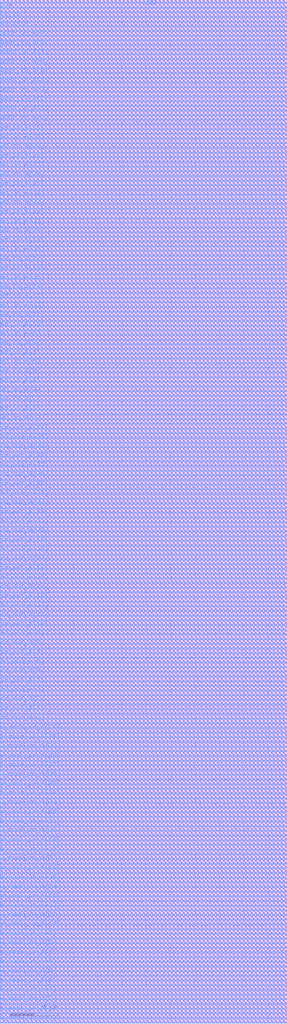
<source format=lef>
# Generated by FakeRAM 2.0
VERSION 5.7 ;
BUSBITCHARS "[]" ;
PROPERTYDEFINITIONS
  MACRO width INTEGER ;
  MACRO depth INTEGER ;
  MACRO banks INTEGER ;
END PROPERTYDEFINITIONS
MACRO fakeram7_dp_1024x32
  PROPERTY width 32 ;
  PROPERTY depth 1024 ;
  PROPERTY banks 4 ;
  FOREIGN fakeram7_dp_1024x32 0 0 ;
  SYMMETRY X Y ;
  SIZE 23.560 BY 84.000 ;
  CLASS BLOCK ;
  PIN w_mask_in_A[0]
    DIRECTION INPUT ;
    USE SIGNAL ;
    SHAPE ABUTMENT ;
    PORT
      LAYER M4 ;
      RECT 0.000 0.048 0.024 0.072 ;
    END
  END w_mask_in_A[0]
  PIN w_mask_in_B[0]
    DIRECTION INPUT ;
    USE SIGNAL ;
    SHAPE ABUTMENT ;
    PORT
      LAYER M4 ;
      RECT 23.536 0.048 23.560 0.072 ;
    END
  END w_mask_in_B[0]
  PIN w_mask_in_A[1]
    DIRECTION INPUT ;
    USE SIGNAL ;
    SHAPE ABUTMENT ;
    PORT
      LAYER M4 ;
      RECT 0.000 0.816 0.024 0.840 ;
    END
  END w_mask_in_A[1]
  PIN w_mask_in_B[1]
    DIRECTION INPUT ;
    USE SIGNAL ;
    SHAPE ABUTMENT ;
    PORT
      LAYER M4 ;
      RECT 23.536 0.816 23.560 0.840 ;
    END
  END w_mask_in_B[1]
  PIN w_mask_in_A[2]
    DIRECTION INPUT ;
    USE SIGNAL ;
    SHAPE ABUTMENT ;
    PORT
      LAYER M4 ;
      RECT 0.000 1.584 0.024 1.608 ;
    END
  END w_mask_in_A[2]
  PIN w_mask_in_B[2]
    DIRECTION INPUT ;
    USE SIGNAL ;
    SHAPE ABUTMENT ;
    PORT
      LAYER M4 ;
      RECT 23.536 1.584 23.560 1.608 ;
    END
  END w_mask_in_B[2]
  PIN w_mask_in_A[3]
    DIRECTION INPUT ;
    USE SIGNAL ;
    SHAPE ABUTMENT ;
    PORT
      LAYER M4 ;
      RECT 0.000 2.352 0.024 2.376 ;
    END
  END w_mask_in_A[3]
  PIN w_mask_in_B[3]
    DIRECTION INPUT ;
    USE SIGNAL ;
    SHAPE ABUTMENT ;
    PORT
      LAYER M4 ;
      RECT 23.536 2.352 23.560 2.376 ;
    END
  END w_mask_in_B[3]
  PIN w_mask_in_A[4]
    DIRECTION INPUT ;
    USE SIGNAL ;
    SHAPE ABUTMENT ;
    PORT
      LAYER M4 ;
      RECT 0.000 3.120 0.024 3.144 ;
    END
  END w_mask_in_A[4]
  PIN w_mask_in_B[4]
    DIRECTION INPUT ;
    USE SIGNAL ;
    SHAPE ABUTMENT ;
    PORT
      LAYER M4 ;
      RECT 23.536 3.120 23.560 3.144 ;
    END
  END w_mask_in_B[4]
  PIN w_mask_in_A[5]
    DIRECTION INPUT ;
    USE SIGNAL ;
    SHAPE ABUTMENT ;
    PORT
      LAYER M4 ;
      RECT 0.000 3.888 0.024 3.912 ;
    END
  END w_mask_in_A[5]
  PIN w_mask_in_B[5]
    DIRECTION INPUT ;
    USE SIGNAL ;
    SHAPE ABUTMENT ;
    PORT
      LAYER M4 ;
      RECT 23.536 3.888 23.560 3.912 ;
    END
  END w_mask_in_B[5]
  PIN w_mask_in_A[6]
    DIRECTION INPUT ;
    USE SIGNAL ;
    SHAPE ABUTMENT ;
    PORT
      LAYER M4 ;
      RECT 0.000 4.656 0.024 4.680 ;
    END
  END w_mask_in_A[6]
  PIN w_mask_in_B[6]
    DIRECTION INPUT ;
    USE SIGNAL ;
    SHAPE ABUTMENT ;
    PORT
      LAYER M4 ;
      RECT 23.536 4.656 23.560 4.680 ;
    END
  END w_mask_in_B[6]
  PIN w_mask_in_A[7]
    DIRECTION INPUT ;
    USE SIGNAL ;
    SHAPE ABUTMENT ;
    PORT
      LAYER M4 ;
      RECT 0.000 5.424 0.024 5.448 ;
    END
  END w_mask_in_A[7]
  PIN w_mask_in_B[7]
    DIRECTION INPUT ;
    USE SIGNAL ;
    SHAPE ABUTMENT ;
    PORT
      LAYER M4 ;
      RECT 23.536 5.424 23.560 5.448 ;
    END
  END w_mask_in_B[7]
  PIN w_mask_in_A[8]
    DIRECTION INPUT ;
    USE SIGNAL ;
    SHAPE ABUTMENT ;
    PORT
      LAYER M4 ;
      RECT 0.000 6.192 0.024 6.216 ;
    END
  END w_mask_in_A[8]
  PIN w_mask_in_B[8]
    DIRECTION INPUT ;
    USE SIGNAL ;
    SHAPE ABUTMENT ;
    PORT
      LAYER M4 ;
      RECT 23.536 6.192 23.560 6.216 ;
    END
  END w_mask_in_B[8]
  PIN w_mask_in_A[9]
    DIRECTION INPUT ;
    USE SIGNAL ;
    SHAPE ABUTMENT ;
    PORT
      LAYER M4 ;
      RECT 0.000 6.960 0.024 6.984 ;
    END
  END w_mask_in_A[9]
  PIN w_mask_in_B[9]
    DIRECTION INPUT ;
    USE SIGNAL ;
    SHAPE ABUTMENT ;
    PORT
      LAYER M4 ;
      RECT 23.536 6.960 23.560 6.984 ;
    END
  END w_mask_in_B[9]
  PIN w_mask_in_A[10]
    DIRECTION INPUT ;
    USE SIGNAL ;
    SHAPE ABUTMENT ;
    PORT
      LAYER M4 ;
      RECT 0.000 7.728 0.024 7.752 ;
    END
  END w_mask_in_A[10]
  PIN w_mask_in_B[10]
    DIRECTION INPUT ;
    USE SIGNAL ;
    SHAPE ABUTMENT ;
    PORT
      LAYER M4 ;
      RECT 23.536 7.728 23.560 7.752 ;
    END
  END w_mask_in_B[10]
  PIN w_mask_in_A[11]
    DIRECTION INPUT ;
    USE SIGNAL ;
    SHAPE ABUTMENT ;
    PORT
      LAYER M4 ;
      RECT 0.000 8.496 0.024 8.520 ;
    END
  END w_mask_in_A[11]
  PIN w_mask_in_B[11]
    DIRECTION INPUT ;
    USE SIGNAL ;
    SHAPE ABUTMENT ;
    PORT
      LAYER M4 ;
      RECT 23.536 8.496 23.560 8.520 ;
    END
  END w_mask_in_B[11]
  PIN w_mask_in_A[12]
    DIRECTION INPUT ;
    USE SIGNAL ;
    SHAPE ABUTMENT ;
    PORT
      LAYER M4 ;
      RECT 0.000 9.264 0.024 9.288 ;
    END
  END w_mask_in_A[12]
  PIN w_mask_in_B[12]
    DIRECTION INPUT ;
    USE SIGNAL ;
    SHAPE ABUTMENT ;
    PORT
      LAYER M4 ;
      RECT 23.536 9.264 23.560 9.288 ;
    END
  END w_mask_in_B[12]
  PIN w_mask_in_A[13]
    DIRECTION INPUT ;
    USE SIGNAL ;
    SHAPE ABUTMENT ;
    PORT
      LAYER M4 ;
      RECT 0.000 10.032 0.024 10.056 ;
    END
  END w_mask_in_A[13]
  PIN w_mask_in_B[13]
    DIRECTION INPUT ;
    USE SIGNAL ;
    SHAPE ABUTMENT ;
    PORT
      LAYER M4 ;
      RECT 23.536 10.032 23.560 10.056 ;
    END
  END w_mask_in_B[13]
  PIN w_mask_in_A[14]
    DIRECTION INPUT ;
    USE SIGNAL ;
    SHAPE ABUTMENT ;
    PORT
      LAYER M4 ;
      RECT 0.000 10.800 0.024 10.824 ;
    END
  END w_mask_in_A[14]
  PIN w_mask_in_B[14]
    DIRECTION INPUT ;
    USE SIGNAL ;
    SHAPE ABUTMENT ;
    PORT
      LAYER M4 ;
      RECT 23.536 10.800 23.560 10.824 ;
    END
  END w_mask_in_B[14]
  PIN w_mask_in_A[15]
    DIRECTION INPUT ;
    USE SIGNAL ;
    SHAPE ABUTMENT ;
    PORT
      LAYER M4 ;
      RECT 0.000 11.568 0.024 11.592 ;
    END
  END w_mask_in_A[15]
  PIN w_mask_in_B[15]
    DIRECTION INPUT ;
    USE SIGNAL ;
    SHAPE ABUTMENT ;
    PORT
      LAYER M4 ;
      RECT 23.536 11.568 23.560 11.592 ;
    END
  END w_mask_in_B[15]
  PIN w_mask_in_A[16]
    DIRECTION INPUT ;
    USE SIGNAL ;
    SHAPE ABUTMENT ;
    PORT
      LAYER M4 ;
      RECT 0.000 12.336 0.024 12.360 ;
    END
  END w_mask_in_A[16]
  PIN w_mask_in_B[16]
    DIRECTION INPUT ;
    USE SIGNAL ;
    SHAPE ABUTMENT ;
    PORT
      LAYER M4 ;
      RECT 23.536 12.336 23.560 12.360 ;
    END
  END w_mask_in_B[16]
  PIN w_mask_in_A[17]
    DIRECTION INPUT ;
    USE SIGNAL ;
    SHAPE ABUTMENT ;
    PORT
      LAYER M4 ;
      RECT 0.000 13.104 0.024 13.128 ;
    END
  END w_mask_in_A[17]
  PIN w_mask_in_B[17]
    DIRECTION INPUT ;
    USE SIGNAL ;
    SHAPE ABUTMENT ;
    PORT
      LAYER M4 ;
      RECT 23.536 13.104 23.560 13.128 ;
    END
  END w_mask_in_B[17]
  PIN w_mask_in_A[18]
    DIRECTION INPUT ;
    USE SIGNAL ;
    SHAPE ABUTMENT ;
    PORT
      LAYER M4 ;
      RECT 0.000 13.872 0.024 13.896 ;
    END
  END w_mask_in_A[18]
  PIN w_mask_in_B[18]
    DIRECTION INPUT ;
    USE SIGNAL ;
    SHAPE ABUTMENT ;
    PORT
      LAYER M4 ;
      RECT 23.536 13.872 23.560 13.896 ;
    END
  END w_mask_in_B[18]
  PIN w_mask_in_A[19]
    DIRECTION INPUT ;
    USE SIGNAL ;
    SHAPE ABUTMENT ;
    PORT
      LAYER M4 ;
      RECT 0.000 14.640 0.024 14.664 ;
    END
  END w_mask_in_A[19]
  PIN w_mask_in_B[19]
    DIRECTION INPUT ;
    USE SIGNAL ;
    SHAPE ABUTMENT ;
    PORT
      LAYER M4 ;
      RECT 23.536 14.640 23.560 14.664 ;
    END
  END w_mask_in_B[19]
  PIN w_mask_in_A[20]
    DIRECTION INPUT ;
    USE SIGNAL ;
    SHAPE ABUTMENT ;
    PORT
      LAYER M4 ;
      RECT 0.000 15.408 0.024 15.432 ;
    END
  END w_mask_in_A[20]
  PIN w_mask_in_B[20]
    DIRECTION INPUT ;
    USE SIGNAL ;
    SHAPE ABUTMENT ;
    PORT
      LAYER M4 ;
      RECT 23.536 15.408 23.560 15.432 ;
    END
  END w_mask_in_B[20]
  PIN w_mask_in_A[21]
    DIRECTION INPUT ;
    USE SIGNAL ;
    SHAPE ABUTMENT ;
    PORT
      LAYER M4 ;
      RECT 0.000 16.176 0.024 16.200 ;
    END
  END w_mask_in_A[21]
  PIN w_mask_in_B[21]
    DIRECTION INPUT ;
    USE SIGNAL ;
    SHAPE ABUTMENT ;
    PORT
      LAYER M4 ;
      RECT 23.536 16.176 23.560 16.200 ;
    END
  END w_mask_in_B[21]
  PIN w_mask_in_A[22]
    DIRECTION INPUT ;
    USE SIGNAL ;
    SHAPE ABUTMENT ;
    PORT
      LAYER M4 ;
      RECT 0.000 16.944 0.024 16.968 ;
    END
  END w_mask_in_A[22]
  PIN w_mask_in_B[22]
    DIRECTION INPUT ;
    USE SIGNAL ;
    SHAPE ABUTMENT ;
    PORT
      LAYER M4 ;
      RECT 23.536 16.944 23.560 16.968 ;
    END
  END w_mask_in_B[22]
  PIN w_mask_in_A[23]
    DIRECTION INPUT ;
    USE SIGNAL ;
    SHAPE ABUTMENT ;
    PORT
      LAYER M4 ;
      RECT 0.000 17.712 0.024 17.736 ;
    END
  END w_mask_in_A[23]
  PIN w_mask_in_B[23]
    DIRECTION INPUT ;
    USE SIGNAL ;
    SHAPE ABUTMENT ;
    PORT
      LAYER M4 ;
      RECT 23.536 17.712 23.560 17.736 ;
    END
  END w_mask_in_B[23]
  PIN w_mask_in_A[24]
    DIRECTION INPUT ;
    USE SIGNAL ;
    SHAPE ABUTMENT ;
    PORT
      LAYER M4 ;
      RECT 0.000 18.480 0.024 18.504 ;
    END
  END w_mask_in_A[24]
  PIN w_mask_in_B[24]
    DIRECTION INPUT ;
    USE SIGNAL ;
    SHAPE ABUTMENT ;
    PORT
      LAYER M4 ;
      RECT 23.536 18.480 23.560 18.504 ;
    END
  END w_mask_in_B[24]
  PIN w_mask_in_A[25]
    DIRECTION INPUT ;
    USE SIGNAL ;
    SHAPE ABUTMENT ;
    PORT
      LAYER M4 ;
      RECT 0.000 19.248 0.024 19.272 ;
    END
  END w_mask_in_A[25]
  PIN w_mask_in_B[25]
    DIRECTION INPUT ;
    USE SIGNAL ;
    SHAPE ABUTMENT ;
    PORT
      LAYER M4 ;
      RECT 23.536 19.248 23.560 19.272 ;
    END
  END w_mask_in_B[25]
  PIN w_mask_in_A[26]
    DIRECTION INPUT ;
    USE SIGNAL ;
    SHAPE ABUTMENT ;
    PORT
      LAYER M4 ;
      RECT 0.000 20.016 0.024 20.040 ;
    END
  END w_mask_in_A[26]
  PIN w_mask_in_B[26]
    DIRECTION INPUT ;
    USE SIGNAL ;
    SHAPE ABUTMENT ;
    PORT
      LAYER M4 ;
      RECT 23.536 20.016 23.560 20.040 ;
    END
  END w_mask_in_B[26]
  PIN w_mask_in_A[27]
    DIRECTION INPUT ;
    USE SIGNAL ;
    SHAPE ABUTMENT ;
    PORT
      LAYER M4 ;
      RECT 0.000 20.784 0.024 20.808 ;
    END
  END w_mask_in_A[27]
  PIN w_mask_in_B[27]
    DIRECTION INPUT ;
    USE SIGNAL ;
    SHAPE ABUTMENT ;
    PORT
      LAYER M4 ;
      RECT 23.536 20.784 23.560 20.808 ;
    END
  END w_mask_in_B[27]
  PIN w_mask_in_A[28]
    DIRECTION INPUT ;
    USE SIGNAL ;
    SHAPE ABUTMENT ;
    PORT
      LAYER M4 ;
      RECT 0.000 21.552 0.024 21.576 ;
    END
  END w_mask_in_A[28]
  PIN w_mask_in_B[28]
    DIRECTION INPUT ;
    USE SIGNAL ;
    SHAPE ABUTMENT ;
    PORT
      LAYER M4 ;
      RECT 23.536 21.552 23.560 21.576 ;
    END
  END w_mask_in_B[28]
  PIN w_mask_in_A[29]
    DIRECTION INPUT ;
    USE SIGNAL ;
    SHAPE ABUTMENT ;
    PORT
      LAYER M4 ;
      RECT 0.000 22.320 0.024 22.344 ;
    END
  END w_mask_in_A[29]
  PIN w_mask_in_B[29]
    DIRECTION INPUT ;
    USE SIGNAL ;
    SHAPE ABUTMENT ;
    PORT
      LAYER M4 ;
      RECT 23.536 22.320 23.560 22.344 ;
    END
  END w_mask_in_B[29]
  PIN w_mask_in_A[30]
    DIRECTION INPUT ;
    USE SIGNAL ;
    SHAPE ABUTMENT ;
    PORT
      LAYER M4 ;
      RECT 0.000 23.088 0.024 23.112 ;
    END
  END w_mask_in_A[30]
  PIN w_mask_in_B[30]
    DIRECTION INPUT ;
    USE SIGNAL ;
    SHAPE ABUTMENT ;
    PORT
      LAYER M4 ;
      RECT 23.536 23.088 23.560 23.112 ;
    END
  END w_mask_in_B[30]
  PIN w_mask_in_A[31]
    DIRECTION INPUT ;
    USE SIGNAL ;
    SHAPE ABUTMENT ;
    PORT
      LAYER M4 ;
      RECT 0.000 23.856 0.024 23.880 ;
    END
  END w_mask_in_A[31]
  PIN w_mask_in_B[31]
    DIRECTION INPUT ;
    USE SIGNAL ;
    SHAPE ABUTMENT ;
    PORT
      LAYER M4 ;
      RECT 23.536 23.856 23.560 23.880 ;
    END
  END w_mask_in_B[31]
  PIN rd_out_A[0]
    DIRECTION OUTPUT ;
    USE SIGNAL ;
    SHAPE ABUTMENT ;
    PORT
      LAYER M4 ;
      RECT 0.000 24.672 0.024 24.696 ;
    END
  END rd_out_A[0]
  PIN rd_out_B[0]
    DIRECTION OUTPUT ;
    USE SIGNAL ;
    SHAPE ABUTMENT ;
    PORT
      LAYER M4 ;
      RECT 23.536 24.672 23.560 24.696 ;
    END
  END rd_out_B[0]
  PIN rd_out_A[1]
    DIRECTION OUTPUT ;
    USE SIGNAL ;
    SHAPE ABUTMENT ;
    PORT
      LAYER M4 ;
      RECT 0.000 25.440 0.024 25.464 ;
    END
  END rd_out_A[1]
  PIN rd_out_B[1]
    DIRECTION OUTPUT ;
    USE SIGNAL ;
    SHAPE ABUTMENT ;
    PORT
      LAYER M4 ;
      RECT 23.536 25.440 23.560 25.464 ;
    END
  END rd_out_B[1]
  PIN rd_out_A[2]
    DIRECTION OUTPUT ;
    USE SIGNAL ;
    SHAPE ABUTMENT ;
    PORT
      LAYER M4 ;
      RECT 0.000 26.208 0.024 26.232 ;
    END
  END rd_out_A[2]
  PIN rd_out_B[2]
    DIRECTION OUTPUT ;
    USE SIGNAL ;
    SHAPE ABUTMENT ;
    PORT
      LAYER M4 ;
      RECT 23.536 26.208 23.560 26.232 ;
    END
  END rd_out_B[2]
  PIN rd_out_A[3]
    DIRECTION OUTPUT ;
    USE SIGNAL ;
    SHAPE ABUTMENT ;
    PORT
      LAYER M4 ;
      RECT 0.000 26.976 0.024 27.000 ;
    END
  END rd_out_A[3]
  PIN rd_out_B[3]
    DIRECTION OUTPUT ;
    USE SIGNAL ;
    SHAPE ABUTMENT ;
    PORT
      LAYER M4 ;
      RECT 23.536 26.976 23.560 27.000 ;
    END
  END rd_out_B[3]
  PIN rd_out_A[4]
    DIRECTION OUTPUT ;
    USE SIGNAL ;
    SHAPE ABUTMENT ;
    PORT
      LAYER M4 ;
      RECT 0.000 27.744 0.024 27.768 ;
    END
  END rd_out_A[4]
  PIN rd_out_B[4]
    DIRECTION OUTPUT ;
    USE SIGNAL ;
    SHAPE ABUTMENT ;
    PORT
      LAYER M4 ;
      RECT 23.536 27.744 23.560 27.768 ;
    END
  END rd_out_B[4]
  PIN rd_out_A[5]
    DIRECTION OUTPUT ;
    USE SIGNAL ;
    SHAPE ABUTMENT ;
    PORT
      LAYER M4 ;
      RECT 0.000 28.512 0.024 28.536 ;
    END
  END rd_out_A[5]
  PIN rd_out_B[5]
    DIRECTION OUTPUT ;
    USE SIGNAL ;
    SHAPE ABUTMENT ;
    PORT
      LAYER M4 ;
      RECT 23.536 28.512 23.560 28.536 ;
    END
  END rd_out_B[5]
  PIN rd_out_A[6]
    DIRECTION OUTPUT ;
    USE SIGNAL ;
    SHAPE ABUTMENT ;
    PORT
      LAYER M4 ;
      RECT 0.000 29.280 0.024 29.304 ;
    END
  END rd_out_A[6]
  PIN rd_out_B[6]
    DIRECTION OUTPUT ;
    USE SIGNAL ;
    SHAPE ABUTMENT ;
    PORT
      LAYER M4 ;
      RECT 23.536 29.280 23.560 29.304 ;
    END
  END rd_out_B[6]
  PIN rd_out_A[7]
    DIRECTION OUTPUT ;
    USE SIGNAL ;
    SHAPE ABUTMENT ;
    PORT
      LAYER M4 ;
      RECT 0.000 30.048 0.024 30.072 ;
    END
  END rd_out_A[7]
  PIN rd_out_B[7]
    DIRECTION OUTPUT ;
    USE SIGNAL ;
    SHAPE ABUTMENT ;
    PORT
      LAYER M4 ;
      RECT 23.536 30.048 23.560 30.072 ;
    END
  END rd_out_B[7]
  PIN rd_out_A[8]
    DIRECTION OUTPUT ;
    USE SIGNAL ;
    SHAPE ABUTMENT ;
    PORT
      LAYER M4 ;
      RECT 0.000 30.816 0.024 30.840 ;
    END
  END rd_out_A[8]
  PIN rd_out_B[8]
    DIRECTION OUTPUT ;
    USE SIGNAL ;
    SHAPE ABUTMENT ;
    PORT
      LAYER M4 ;
      RECT 23.536 30.816 23.560 30.840 ;
    END
  END rd_out_B[8]
  PIN rd_out_A[9]
    DIRECTION OUTPUT ;
    USE SIGNAL ;
    SHAPE ABUTMENT ;
    PORT
      LAYER M4 ;
      RECT 0.000 31.584 0.024 31.608 ;
    END
  END rd_out_A[9]
  PIN rd_out_B[9]
    DIRECTION OUTPUT ;
    USE SIGNAL ;
    SHAPE ABUTMENT ;
    PORT
      LAYER M4 ;
      RECT 23.536 31.584 23.560 31.608 ;
    END
  END rd_out_B[9]
  PIN rd_out_A[10]
    DIRECTION OUTPUT ;
    USE SIGNAL ;
    SHAPE ABUTMENT ;
    PORT
      LAYER M4 ;
      RECT 0.000 32.352 0.024 32.376 ;
    END
  END rd_out_A[10]
  PIN rd_out_B[10]
    DIRECTION OUTPUT ;
    USE SIGNAL ;
    SHAPE ABUTMENT ;
    PORT
      LAYER M4 ;
      RECT 23.536 32.352 23.560 32.376 ;
    END
  END rd_out_B[10]
  PIN rd_out_A[11]
    DIRECTION OUTPUT ;
    USE SIGNAL ;
    SHAPE ABUTMENT ;
    PORT
      LAYER M4 ;
      RECT 0.000 33.120 0.024 33.144 ;
    END
  END rd_out_A[11]
  PIN rd_out_B[11]
    DIRECTION OUTPUT ;
    USE SIGNAL ;
    SHAPE ABUTMENT ;
    PORT
      LAYER M4 ;
      RECT 23.536 33.120 23.560 33.144 ;
    END
  END rd_out_B[11]
  PIN rd_out_A[12]
    DIRECTION OUTPUT ;
    USE SIGNAL ;
    SHAPE ABUTMENT ;
    PORT
      LAYER M4 ;
      RECT 0.000 33.888 0.024 33.912 ;
    END
  END rd_out_A[12]
  PIN rd_out_B[12]
    DIRECTION OUTPUT ;
    USE SIGNAL ;
    SHAPE ABUTMENT ;
    PORT
      LAYER M4 ;
      RECT 23.536 33.888 23.560 33.912 ;
    END
  END rd_out_B[12]
  PIN rd_out_A[13]
    DIRECTION OUTPUT ;
    USE SIGNAL ;
    SHAPE ABUTMENT ;
    PORT
      LAYER M4 ;
      RECT 0.000 34.656 0.024 34.680 ;
    END
  END rd_out_A[13]
  PIN rd_out_B[13]
    DIRECTION OUTPUT ;
    USE SIGNAL ;
    SHAPE ABUTMENT ;
    PORT
      LAYER M4 ;
      RECT 23.536 34.656 23.560 34.680 ;
    END
  END rd_out_B[13]
  PIN rd_out_A[14]
    DIRECTION OUTPUT ;
    USE SIGNAL ;
    SHAPE ABUTMENT ;
    PORT
      LAYER M4 ;
      RECT 0.000 35.424 0.024 35.448 ;
    END
  END rd_out_A[14]
  PIN rd_out_B[14]
    DIRECTION OUTPUT ;
    USE SIGNAL ;
    SHAPE ABUTMENT ;
    PORT
      LAYER M4 ;
      RECT 23.536 35.424 23.560 35.448 ;
    END
  END rd_out_B[14]
  PIN rd_out_A[15]
    DIRECTION OUTPUT ;
    USE SIGNAL ;
    SHAPE ABUTMENT ;
    PORT
      LAYER M4 ;
      RECT 0.000 36.192 0.024 36.216 ;
    END
  END rd_out_A[15]
  PIN rd_out_B[15]
    DIRECTION OUTPUT ;
    USE SIGNAL ;
    SHAPE ABUTMENT ;
    PORT
      LAYER M4 ;
      RECT 23.536 36.192 23.560 36.216 ;
    END
  END rd_out_B[15]
  PIN rd_out_A[16]
    DIRECTION OUTPUT ;
    USE SIGNAL ;
    SHAPE ABUTMENT ;
    PORT
      LAYER M4 ;
      RECT 0.000 36.960 0.024 36.984 ;
    END
  END rd_out_A[16]
  PIN rd_out_B[16]
    DIRECTION OUTPUT ;
    USE SIGNAL ;
    SHAPE ABUTMENT ;
    PORT
      LAYER M4 ;
      RECT 23.536 36.960 23.560 36.984 ;
    END
  END rd_out_B[16]
  PIN rd_out_A[17]
    DIRECTION OUTPUT ;
    USE SIGNAL ;
    SHAPE ABUTMENT ;
    PORT
      LAYER M4 ;
      RECT 0.000 37.728 0.024 37.752 ;
    END
  END rd_out_A[17]
  PIN rd_out_B[17]
    DIRECTION OUTPUT ;
    USE SIGNAL ;
    SHAPE ABUTMENT ;
    PORT
      LAYER M4 ;
      RECT 23.536 37.728 23.560 37.752 ;
    END
  END rd_out_B[17]
  PIN rd_out_A[18]
    DIRECTION OUTPUT ;
    USE SIGNAL ;
    SHAPE ABUTMENT ;
    PORT
      LAYER M4 ;
      RECT 0.000 38.496 0.024 38.520 ;
    END
  END rd_out_A[18]
  PIN rd_out_B[18]
    DIRECTION OUTPUT ;
    USE SIGNAL ;
    SHAPE ABUTMENT ;
    PORT
      LAYER M4 ;
      RECT 23.536 38.496 23.560 38.520 ;
    END
  END rd_out_B[18]
  PIN rd_out_A[19]
    DIRECTION OUTPUT ;
    USE SIGNAL ;
    SHAPE ABUTMENT ;
    PORT
      LAYER M4 ;
      RECT 0.000 39.264 0.024 39.288 ;
    END
  END rd_out_A[19]
  PIN rd_out_B[19]
    DIRECTION OUTPUT ;
    USE SIGNAL ;
    SHAPE ABUTMENT ;
    PORT
      LAYER M4 ;
      RECT 23.536 39.264 23.560 39.288 ;
    END
  END rd_out_B[19]
  PIN rd_out_A[20]
    DIRECTION OUTPUT ;
    USE SIGNAL ;
    SHAPE ABUTMENT ;
    PORT
      LAYER M4 ;
      RECT 0.000 40.032 0.024 40.056 ;
    END
  END rd_out_A[20]
  PIN rd_out_B[20]
    DIRECTION OUTPUT ;
    USE SIGNAL ;
    SHAPE ABUTMENT ;
    PORT
      LAYER M4 ;
      RECT 23.536 40.032 23.560 40.056 ;
    END
  END rd_out_B[20]
  PIN rd_out_A[21]
    DIRECTION OUTPUT ;
    USE SIGNAL ;
    SHAPE ABUTMENT ;
    PORT
      LAYER M4 ;
      RECT 0.000 40.800 0.024 40.824 ;
    END
  END rd_out_A[21]
  PIN rd_out_B[21]
    DIRECTION OUTPUT ;
    USE SIGNAL ;
    SHAPE ABUTMENT ;
    PORT
      LAYER M4 ;
      RECT 23.536 40.800 23.560 40.824 ;
    END
  END rd_out_B[21]
  PIN rd_out_A[22]
    DIRECTION OUTPUT ;
    USE SIGNAL ;
    SHAPE ABUTMENT ;
    PORT
      LAYER M4 ;
      RECT 0.000 41.568 0.024 41.592 ;
    END
  END rd_out_A[22]
  PIN rd_out_B[22]
    DIRECTION OUTPUT ;
    USE SIGNAL ;
    SHAPE ABUTMENT ;
    PORT
      LAYER M4 ;
      RECT 23.536 41.568 23.560 41.592 ;
    END
  END rd_out_B[22]
  PIN rd_out_A[23]
    DIRECTION OUTPUT ;
    USE SIGNAL ;
    SHAPE ABUTMENT ;
    PORT
      LAYER M4 ;
      RECT 0.000 42.336 0.024 42.360 ;
    END
  END rd_out_A[23]
  PIN rd_out_B[23]
    DIRECTION OUTPUT ;
    USE SIGNAL ;
    SHAPE ABUTMENT ;
    PORT
      LAYER M4 ;
      RECT 23.536 42.336 23.560 42.360 ;
    END
  END rd_out_B[23]
  PIN rd_out_A[24]
    DIRECTION OUTPUT ;
    USE SIGNAL ;
    SHAPE ABUTMENT ;
    PORT
      LAYER M4 ;
      RECT 0.000 43.104 0.024 43.128 ;
    END
  END rd_out_A[24]
  PIN rd_out_B[24]
    DIRECTION OUTPUT ;
    USE SIGNAL ;
    SHAPE ABUTMENT ;
    PORT
      LAYER M4 ;
      RECT 23.536 43.104 23.560 43.128 ;
    END
  END rd_out_B[24]
  PIN rd_out_A[25]
    DIRECTION OUTPUT ;
    USE SIGNAL ;
    SHAPE ABUTMENT ;
    PORT
      LAYER M4 ;
      RECT 0.000 43.872 0.024 43.896 ;
    END
  END rd_out_A[25]
  PIN rd_out_B[25]
    DIRECTION OUTPUT ;
    USE SIGNAL ;
    SHAPE ABUTMENT ;
    PORT
      LAYER M4 ;
      RECT 23.536 43.872 23.560 43.896 ;
    END
  END rd_out_B[25]
  PIN rd_out_A[26]
    DIRECTION OUTPUT ;
    USE SIGNAL ;
    SHAPE ABUTMENT ;
    PORT
      LAYER M4 ;
      RECT 0.000 44.640 0.024 44.664 ;
    END
  END rd_out_A[26]
  PIN rd_out_B[26]
    DIRECTION OUTPUT ;
    USE SIGNAL ;
    SHAPE ABUTMENT ;
    PORT
      LAYER M4 ;
      RECT 23.536 44.640 23.560 44.664 ;
    END
  END rd_out_B[26]
  PIN rd_out_A[27]
    DIRECTION OUTPUT ;
    USE SIGNAL ;
    SHAPE ABUTMENT ;
    PORT
      LAYER M4 ;
      RECT 0.000 45.408 0.024 45.432 ;
    END
  END rd_out_A[27]
  PIN rd_out_B[27]
    DIRECTION OUTPUT ;
    USE SIGNAL ;
    SHAPE ABUTMENT ;
    PORT
      LAYER M4 ;
      RECT 23.536 45.408 23.560 45.432 ;
    END
  END rd_out_B[27]
  PIN rd_out_A[28]
    DIRECTION OUTPUT ;
    USE SIGNAL ;
    SHAPE ABUTMENT ;
    PORT
      LAYER M4 ;
      RECT 0.000 46.176 0.024 46.200 ;
    END
  END rd_out_A[28]
  PIN rd_out_B[28]
    DIRECTION OUTPUT ;
    USE SIGNAL ;
    SHAPE ABUTMENT ;
    PORT
      LAYER M4 ;
      RECT 23.536 46.176 23.560 46.200 ;
    END
  END rd_out_B[28]
  PIN rd_out_A[29]
    DIRECTION OUTPUT ;
    USE SIGNAL ;
    SHAPE ABUTMENT ;
    PORT
      LAYER M4 ;
      RECT 0.000 46.944 0.024 46.968 ;
    END
  END rd_out_A[29]
  PIN rd_out_B[29]
    DIRECTION OUTPUT ;
    USE SIGNAL ;
    SHAPE ABUTMENT ;
    PORT
      LAYER M4 ;
      RECT 23.536 46.944 23.560 46.968 ;
    END
  END rd_out_B[29]
  PIN rd_out_A[30]
    DIRECTION OUTPUT ;
    USE SIGNAL ;
    SHAPE ABUTMENT ;
    PORT
      LAYER M4 ;
      RECT 0.000 47.712 0.024 47.736 ;
    END
  END rd_out_A[30]
  PIN rd_out_B[30]
    DIRECTION OUTPUT ;
    USE SIGNAL ;
    SHAPE ABUTMENT ;
    PORT
      LAYER M4 ;
      RECT 23.536 47.712 23.560 47.736 ;
    END
  END rd_out_B[30]
  PIN rd_out_A[31]
    DIRECTION OUTPUT ;
    USE SIGNAL ;
    SHAPE ABUTMENT ;
    PORT
      LAYER M4 ;
      RECT 0.000 48.480 0.024 48.504 ;
    END
  END rd_out_A[31]
  PIN rd_out_B[31]
    DIRECTION OUTPUT ;
    USE SIGNAL ;
    SHAPE ABUTMENT ;
    PORT
      LAYER M4 ;
      RECT 23.536 48.480 23.560 48.504 ;
    END
  END rd_out_B[31]
  PIN wd_in_A[0]
    DIRECTION INPUT ;
    USE SIGNAL ;
    SHAPE ABUTMENT ;
    PORT
      LAYER M4 ;
      RECT 0.000 49.296 0.024 49.320 ;
    END
  END wd_in_A[0]
  PIN wd_in_B[0]
    DIRECTION INPUT ;
    USE SIGNAL ;
    SHAPE ABUTMENT ;
    PORT
      LAYER M4 ;
      RECT 23.536 49.296 23.560 49.320 ;
    END
  END wd_in_B[0]
  PIN wd_in_A[1]
    DIRECTION INPUT ;
    USE SIGNAL ;
    SHAPE ABUTMENT ;
    PORT
      LAYER M4 ;
      RECT 0.000 50.064 0.024 50.088 ;
    END
  END wd_in_A[1]
  PIN wd_in_B[1]
    DIRECTION INPUT ;
    USE SIGNAL ;
    SHAPE ABUTMENT ;
    PORT
      LAYER M4 ;
      RECT 23.536 50.064 23.560 50.088 ;
    END
  END wd_in_B[1]
  PIN wd_in_A[2]
    DIRECTION INPUT ;
    USE SIGNAL ;
    SHAPE ABUTMENT ;
    PORT
      LAYER M4 ;
      RECT 0.000 50.832 0.024 50.856 ;
    END
  END wd_in_A[2]
  PIN wd_in_B[2]
    DIRECTION INPUT ;
    USE SIGNAL ;
    SHAPE ABUTMENT ;
    PORT
      LAYER M4 ;
      RECT 23.536 50.832 23.560 50.856 ;
    END
  END wd_in_B[2]
  PIN wd_in_A[3]
    DIRECTION INPUT ;
    USE SIGNAL ;
    SHAPE ABUTMENT ;
    PORT
      LAYER M4 ;
      RECT 0.000 51.600 0.024 51.624 ;
    END
  END wd_in_A[3]
  PIN wd_in_B[3]
    DIRECTION INPUT ;
    USE SIGNAL ;
    SHAPE ABUTMENT ;
    PORT
      LAYER M4 ;
      RECT 23.536 51.600 23.560 51.624 ;
    END
  END wd_in_B[3]
  PIN wd_in_A[4]
    DIRECTION INPUT ;
    USE SIGNAL ;
    SHAPE ABUTMENT ;
    PORT
      LAYER M4 ;
      RECT 0.000 52.368 0.024 52.392 ;
    END
  END wd_in_A[4]
  PIN wd_in_B[4]
    DIRECTION INPUT ;
    USE SIGNAL ;
    SHAPE ABUTMENT ;
    PORT
      LAYER M4 ;
      RECT 23.536 52.368 23.560 52.392 ;
    END
  END wd_in_B[4]
  PIN wd_in_A[5]
    DIRECTION INPUT ;
    USE SIGNAL ;
    SHAPE ABUTMENT ;
    PORT
      LAYER M4 ;
      RECT 0.000 53.136 0.024 53.160 ;
    END
  END wd_in_A[5]
  PIN wd_in_B[5]
    DIRECTION INPUT ;
    USE SIGNAL ;
    SHAPE ABUTMENT ;
    PORT
      LAYER M4 ;
      RECT 23.536 53.136 23.560 53.160 ;
    END
  END wd_in_B[5]
  PIN wd_in_A[6]
    DIRECTION INPUT ;
    USE SIGNAL ;
    SHAPE ABUTMENT ;
    PORT
      LAYER M4 ;
      RECT 0.000 53.904 0.024 53.928 ;
    END
  END wd_in_A[6]
  PIN wd_in_B[6]
    DIRECTION INPUT ;
    USE SIGNAL ;
    SHAPE ABUTMENT ;
    PORT
      LAYER M4 ;
      RECT 23.536 53.904 23.560 53.928 ;
    END
  END wd_in_B[6]
  PIN wd_in_A[7]
    DIRECTION INPUT ;
    USE SIGNAL ;
    SHAPE ABUTMENT ;
    PORT
      LAYER M4 ;
      RECT 0.000 54.672 0.024 54.696 ;
    END
  END wd_in_A[7]
  PIN wd_in_B[7]
    DIRECTION INPUT ;
    USE SIGNAL ;
    SHAPE ABUTMENT ;
    PORT
      LAYER M4 ;
      RECT 23.536 54.672 23.560 54.696 ;
    END
  END wd_in_B[7]
  PIN wd_in_A[8]
    DIRECTION INPUT ;
    USE SIGNAL ;
    SHAPE ABUTMENT ;
    PORT
      LAYER M4 ;
      RECT 0.000 55.440 0.024 55.464 ;
    END
  END wd_in_A[8]
  PIN wd_in_B[8]
    DIRECTION INPUT ;
    USE SIGNAL ;
    SHAPE ABUTMENT ;
    PORT
      LAYER M4 ;
      RECT 23.536 55.440 23.560 55.464 ;
    END
  END wd_in_B[8]
  PIN wd_in_A[9]
    DIRECTION INPUT ;
    USE SIGNAL ;
    SHAPE ABUTMENT ;
    PORT
      LAYER M4 ;
      RECT 0.000 56.208 0.024 56.232 ;
    END
  END wd_in_A[9]
  PIN wd_in_B[9]
    DIRECTION INPUT ;
    USE SIGNAL ;
    SHAPE ABUTMENT ;
    PORT
      LAYER M4 ;
      RECT 23.536 56.208 23.560 56.232 ;
    END
  END wd_in_B[9]
  PIN wd_in_A[10]
    DIRECTION INPUT ;
    USE SIGNAL ;
    SHAPE ABUTMENT ;
    PORT
      LAYER M4 ;
      RECT 0.000 56.976 0.024 57.000 ;
    END
  END wd_in_A[10]
  PIN wd_in_B[10]
    DIRECTION INPUT ;
    USE SIGNAL ;
    SHAPE ABUTMENT ;
    PORT
      LAYER M4 ;
      RECT 23.536 56.976 23.560 57.000 ;
    END
  END wd_in_B[10]
  PIN wd_in_A[11]
    DIRECTION INPUT ;
    USE SIGNAL ;
    SHAPE ABUTMENT ;
    PORT
      LAYER M4 ;
      RECT 0.000 57.744 0.024 57.768 ;
    END
  END wd_in_A[11]
  PIN wd_in_B[11]
    DIRECTION INPUT ;
    USE SIGNAL ;
    SHAPE ABUTMENT ;
    PORT
      LAYER M4 ;
      RECT 23.536 57.744 23.560 57.768 ;
    END
  END wd_in_B[11]
  PIN wd_in_A[12]
    DIRECTION INPUT ;
    USE SIGNAL ;
    SHAPE ABUTMENT ;
    PORT
      LAYER M4 ;
      RECT 0.000 58.512 0.024 58.536 ;
    END
  END wd_in_A[12]
  PIN wd_in_B[12]
    DIRECTION INPUT ;
    USE SIGNAL ;
    SHAPE ABUTMENT ;
    PORT
      LAYER M4 ;
      RECT 23.536 58.512 23.560 58.536 ;
    END
  END wd_in_B[12]
  PIN wd_in_A[13]
    DIRECTION INPUT ;
    USE SIGNAL ;
    SHAPE ABUTMENT ;
    PORT
      LAYER M4 ;
      RECT 0.000 59.280 0.024 59.304 ;
    END
  END wd_in_A[13]
  PIN wd_in_B[13]
    DIRECTION INPUT ;
    USE SIGNAL ;
    SHAPE ABUTMENT ;
    PORT
      LAYER M4 ;
      RECT 23.536 59.280 23.560 59.304 ;
    END
  END wd_in_B[13]
  PIN wd_in_A[14]
    DIRECTION INPUT ;
    USE SIGNAL ;
    SHAPE ABUTMENT ;
    PORT
      LAYER M4 ;
      RECT 0.000 60.048 0.024 60.072 ;
    END
  END wd_in_A[14]
  PIN wd_in_B[14]
    DIRECTION INPUT ;
    USE SIGNAL ;
    SHAPE ABUTMENT ;
    PORT
      LAYER M4 ;
      RECT 23.536 60.048 23.560 60.072 ;
    END
  END wd_in_B[14]
  PIN wd_in_A[15]
    DIRECTION INPUT ;
    USE SIGNAL ;
    SHAPE ABUTMENT ;
    PORT
      LAYER M4 ;
      RECT 0.000 60.816 0.024 60.840 ;
    END
  END wd_in_A[15]
  PIN wd_in_B[15]
    DIRECTION INPUT ;
    USE SIGNAL ;
    SHAPE ABUTMENT ;
    PORT
      LAYER M4 ;
      RECT 23.536 60.816 23.560 60.840 ;
    END
  END wd_in_B[15]
  PIN wd_in_A[16]
    DIRECTION INPUT ;
    USE SIGNAL ;
    SHAPE ABUTMENT ;
    PORT
      LAYER M4 ;
      RECT 0.000 61.584 0.024 61.608 ;
    END
  END wd_in_A[16]
  PIN wd_in_B[16]
    DIRECTION INPUT ;
    USE SIGNAL ;
    SHAPE ABUTMENT ;
    PORT
      LAYER M4 ;
      RECT 23.536 61.584 23.560 61.608 ;
    END
  END wd_in_B[16]
  PIN wd_in_A[17]
    DIRECTION INPUT ;
    USE SIGNAL ;
    SHAPE ABUTMENT ;
    PORT
      LAYER M4 ;
      RECT 0.000 62.352 0.024 62.376 ;
    END
  END wd_in_A[17]
  PIN wd_in_B[17]
    DIRECTION INPUT ;
    USE SIGNAL ;
    SHAPE ABUTMENT ;
    PORT
      LAYER M4 ;
      RECT 23.536 62.352 23.560 62.376 ;
    END
  END wd_in_B[17]
  PIN wd_in_A[18]
    DIRECTION INPUT ;
    USE SIGNAL ;
    SHAPE ABUTMENT ;
    PORT
      LAYER M4 ;
      RECT 0.000 63.120 0.024 63.144 ;
    END
  END wd_in_A[18]
  PIN wd_in_B[18]
    DIRECTION INPUT ;
    USE SIGNAL ;
    SHAPE ABUTMENT ;
    PORT
      LAYER M4 ;
      RECT 23.536 63.120 23.560 63.144 ;
    END
  END wd_in_B[18]
  PIN wd_in_A[19]
    DIRECTION INPUT ;
    USE SIGNAL ;
    SHAPE ABUTMENT ;
    PORT
      LAYER M4 ;
      RECT 0.000 63.888 0.024 63.912 ;
    END
  END wd_in_A[19]
  PIN wd_in_B[19]
    DIRECTION INPUT ;
    USE SIGNAL ;
    SHAPE ABUTMENT ;
    PORT
      LAYER M4 ;
      RECT 23.536 63.888 23.560 63.912 ;
    END
  END wd_in_B[19]
  PIN wd_in_A[20]
    DIRECTION INPUT ;
    USE SIGNAL ;
    SHAPE ABUTMENT ;
    PORT
      LAYER M4 ;
      RECT 0.000 64.656 0.024 64.680 ;
    END
  END wd_in_A[20]
  PIN wd_in_B[20]
    DIRECTION INPUT ;
    USE SIGNAL ;
    SHAPE ABUTMENT ;
    PORT
      LAYER M4 ;
      RECT 23.536 64.656 23.560 64.680 ;
    END
  END wd_in_B[20]
  PIN wd_in_A[21]
    DIRECTION INPUT ;
    USE SIGNAL ;
    SHAPE ABUTMENT ;
    PORT
      LAYER M4 ;
      RECT 0.000 65.424 0.024 65.448 ;
    END
  END wd_in_A[21]
  PIN wd_in_B[21]
    DIRECTION INPUT ;
    USE SIGNAL ;
    SHAPE ABUTMENT ;
    PORT
      LAYER M4 ;
      RECT 23.536 65.424 23.560 65.448 ;
    END
  END wd_in_B[21]
  PIN wd_in_A[22]
    DIRECTION INPUT ;
    USE SIGNAL ;
    SHAPE ABUTMENT ;
    PORT
      LAYER M4 ;
      RECT 0.000 66.192 0.024 66.216 ;
    END
  END wd_in_A[22]
  PIN wd_in_B[22]
    DIRECTION INPUT ;
    USE SIGNAL ;
    SHAPE ABUTMENT ;
    PORT
      LAYER M4 ;
      RECT 23.536 66.192 23.560 66.216 ;
    END
  END wd_in_B[22]
  PIN wd_in_A[23]
    DIRECTION INPUT ;
    USE SIGNAL ;
    SHAPE ABUTMENT ;
    PORT
      LAYER M4 ;
      RECT 0.000 66.960 0.024 66.984 ;
    END
  END wd_in_A[23]
  PIN wd_in_B[23]
    DIRECTION INPUT ;
    USE SIGNAL ;
    SHAPE ABUTMENT ;
    PORT
      LAYER M4 ;
      RECT 23.536 66.960 23.560 66.984 ;
    END
  END wd_in_B[23]
  PIN wd_in_A[24]
    DIRECTION INPUT ;
    USE SIGNAL ;
    SHAPE ABUTMENT ;
    PORT
      LAYER M4 ;
      RECT 0.000 67.728 0.024 67.752 ;
    END
  END wd_in_A[24]
  PIN wd_in_B[24]
    DIRECTION INPUT ;
    USE SIGNAL ;
    SHAPE ABUTMENT ;
    PORT
      LAYER M4 ;
      RECT 23.536 67.728 23.560 67.752 ;
    END
  END wd_in_B[24]
  PIN wd_in_A[25]
    DIRECTION INPUT ;
    USE SIGNAL ;
    SHAPE ABUTMENT ;
    PORT
      LAYER M4 ;
      RECT 0.000 68.496 0.024 68.520 ;
    END
  END wd_in_A[25]
  PIN wd_in_B[25]
    DIRECTION INPUT ;
    USE SIGNAL ;
    SHAPE ABUTMENT ;
    PORT
      LAYER M4 ;
      RECT 23.536 68.496 23.560 68.520 ;
    END
  END wd_in_B[25]
  PIN wd_in_A[26]
    DIRECTION INPUT ;
    USE SIGNAL ;
    SHAPE ABUTMENT ;
    PORT
      LAYER M4 ;
      RECT 0.000 69.264 0.024 69.288 ;
    END
  END wd_in_A[26]
  PIN wd_in_B[26]
    DIRECTION INPUT ;
    USE SIGNAL ;
    SHAPE ABUTMENT ;
    PORT
      LAYER M4 ;
      RECT 23.536 69.264 23.560 69.288 ;
    END
  END wd_in_B[26]
  PIN wd_in_A[27]
    DIRECTION INPUT ;
    USE SIGNAL ;
    SHAPE ABUTMENT ;
    PORT
      LAYER M4 ;
      RECT 0.000 70.032 0.024 70.056 ;
    END
  END wd_in_A[27]
  PIN wd_in_B[27]
    DIRECTION INPUT ;
    USE SIGNAL ;
    SHAPE ABUTMENT ;
    PORT
      LAYER M4 ;
      RECT 23.536 70.032 23.560 70.056 ;
    END
  END wd_in_B[27]
  PIN wd_in_A[28]
    DIRECTION INPUT ;
    USE SIGNAL ;
    SHAPE ABUTMENT ;
    PORT
      LAYER M4 ;
      RECT 0.000 70.800 0.024 70.824 ;
    END
  END wd_in_A[28]
  PIN wd_in_B[28]
    DIRECTION INPUT ;
    USE SIGNAL ;
    SHAPE ABUTMENT ;
    PORT
      LAYER M4 ;
      RECT 23.536 70.800 23.560 70.824 ;
    END
  END wd_in_B[28]
  PIN wd_in_A[29]
    DIRECTION INPUT ;
    USE SIGNAL ;
    SHAPE ABUTMENT ;
    PORT
      LAYER M4 ;
      RECT 0.000 71.568 0.024 71.592 ;
    END
  END wd_in_A[29]
  PIN wd_in_B[29]
    DIRECTION INPUT ;
    USE SIGNAL ;
    SHAPE ABUTMENT ;
    PORT
      LAYER M4 ;
      RECT 23.536 71.568 23.560 71.592 ;
    END
  END wd_in_B[29]
  PIN wd_in_A[30]
    DIRECTION INPUT ;
    USE SIGNAL ;
    SHAPE ABUTMENT ;
    PORT
      LAYER M4 ;
      RECT 0.000 72.336 0.024 72.360 ;
    END
  END wd_in_A[30]
  PIN wd_in_B[30]
    DIRECTION INPUT ;
    USE SIGNAL ;
    SHAPE ABUTMENT ;
    PORT
      LAYER M4 ;
      RECT 23.536 72.336 23.560 72.360 ;
    END
  END wd_in_B[30]
  PIN wd_in_A[31]
    DIRECTION INPUT ;
    USE SIGNAL ;
    SHAPE ABUTMENT ;
    PORT
      LAYER M4 ;
      RECT 0.000 73.104 0.024 73.128 ;
    END
  END wd_in_A[31]
  PIN wd_in_B[31]
    DIRECTION INPUT ;
    USE SIGNAL ;
    SHAPE ABUTMENT ;
    PORT
      LAYER M4 ;
      RECT 23.536 73.104 23.560 73.128 ;
    END
  END wd_in_B[31]
  PIN addr_in_A[0]
    DIRECTION INPUT ;
    USE SIGNAL ;
    SHAPE ABUTMENT ;
    PORT
      LAYER M4 ;
      RECT 0.000 73.920 0.024 73.944 ;
    END
  END addr_in_A[0]
  PIN addr_in_B[0]
    DIRECTION INPUT ;
    USE SIGNAL ;
    SHAPE ABUTMENT ;
    PORT
      LAYER M4 ;
      RECT 23.536 73.920 23.560 73.944 ;
    END
  END addr_in_B[0]
  PIN addr_in_A[1]
    DIRECTION INPUT ;
    USE SIGNAL ;
    SHAPE ABUTMENT ;
    PORT
      LAYER M4 ;
      RECT 0.000 74.688 0.024 74.712 ;
    END
  END addr_in_A[1]
  PIN addr_in_B[1]
    DIRECTION INPUT ;
    USE SIGNAL ;
    SHAPE ABUTMENT ;
    PORT
      LAYER M4 ;
      RECT 23.536 74.688 23.560 74.712 ;
    END
  END addr_in_B[1]
  PIN addr_in_A[2]
    DIRECTION INPUT ;
    USE SIGNAL ;
    SHAPE ABUTMENT ;
    PORT
      LAYER M4 ;
      RECT 0.000 75.456 0.024 75.480 ;
    END
  END addr_in_A[2]
  PIN addr_in_B[2]
    DIRECTION INPUT ;
    USE SIGNAL ;
    SHAPE ABUTMENT ;
    PORT
      LAYER M4 ;
      RECT 23.536 75.456 23.560 75.480 ;
    END
  END addr_in_B[2]
  PIN addr_in_A[3]
    DIRECTION INPUT ;
    USE SIGNAL ;
    SHAPE ABUTMENT ;
    PORT
      LAYER M4 ;
      RECT 0.000 76.224 0.024 76.248 ;
    END
  END addr_in_A[3]
  PIN addr_in_B[3]
    DIRECTION INPUT ;
    USE SIGNAL ;
    SHAPE ABUTMENT ;
    PORT
      LAYER M4 ;
      RECT 23.536 76.224 23.560 76.248 ;
    END
  END addr_in_B[3]
  PIN addr_in_A[4]
    DIRECTION INPUT ;
    USE SIGNAL ;
    SHAPE ABUTMENT ;
    PORT
      LAYER M4 ;
      RECT 0.000 76.992 0.024 77.016 ;
    END
  END addr_in_A[4]
  PIN addr_in_B[4]
    DIRECTION INPUT ;
    USE SIGNAL ;
    SHAPE ABUTMENT ;
    PORT
      LAYER M4 ;
      RECT 23.536 76.992 23.560 77.016 ;
    END
  END addr_in_B[4]
  PIN addr_in_A[5]
    DIRECTION INPUT ;
    USE SIGNAL ;
    SHAPE ABUTMENT ;
    PORT
      LAYER M4 ;
      RECT 0.000 77.760 0.024 77.784 ;
    END
  END addr_in_A[5]
  PIN addr_in_B[5]
    DIRECTION INPUT ;
    USE SIGNAL ;
    SHAPE ABUTMENT ;
    PORT
      LAYER M4 ;
      RECT 23.536 77.760 23.560 77.784 ;
    END
  END addr_in_B[5]
  PIN addr_in_A[6]
    DIRECTION INPUT ;
    USE SIGNAL ;
    SHAPE ABUTMENT ;
    PORT
      LAYER M4 ;
      RECT 0.000 78.528 0.024 78.552 ;
    END
  END addr_in_A[6]
  PIN addr_in_B[6]
    DIRECTION INPUT ;
    USE SIGNAL ;
    SHAPE ABUTMENT ;
    PORT
      LAYER M4 ;
      RECT 23.536 78.528 23.560 78.552 ;
    END
  END addr_in_B[6]
  PIN addr_in_A[7]
    DIRECTION INPUT ;
    USE SIGNAL ;
    SHAPE ABUTMENT ;
    PORT
      LAYER M4 ;
      RECT 0.000 79.296 0.024 79.320 ;
    END
  END addr_in_A[7]
  PIN addr_in_B[7]
    DIRECTION INPUT ;
    USE SIGNAL ;
    SHAPE ABUTMENT ;
    PORT
      LAYER M4 ;
      RECT 23.536 79.296 23.560 79.320 ;
    END
  END addr_in_B[7]
  PIN addr_in_A[8]
    DIRECTION INPUT ;
    USE SIGNAL ;
    SHAPE ABUTMENT ;
    PORT
      LAYER M4 ;
      RECT 0.000 80.064 0.024 80.088 ;
    END
  END addr_in_A[8]
  PIN addr_in_B[8]
    DIRECTION INPUT ;
    USE SIGNAL ;
    SHAPE ABUTMENT ;
    PORT
      LAYER M4 ;
      RECT 23.536 80.064 23.560 80.088 ;
    END
  END addr_in_B[8]
  PIN addr_in_A[9]
    DIRECTION INPUT ;
    USE SIGNAL ;
    SHAPE ABUTMENT ;
    PORT
      LAYER M4 ;
      RECT 0.000 80.832 0.024 80.856 ;
    END
  END addr_in_A[9]
  PIN addr_in_B[9]
    DIRECTION INPUT ;
    USE SIGNAL ;
    SHAPE ABUTMENT ;
    PORT
      LAYER M4 ;
      RECT 23.536 80.832 23.560 80.856 ;
    END
  END addr_in_B[9]
  PIN we_in_A
    DIRECTION INPUT ;
    USE SIGNAL ;
    SHAPE ABUTMENT ;
    PORT
      LAYER M4 ;
      RECT 0.000 81.648 0.024 81.672 ;
    END
  END we_in_A
  PIN we_in_B
    DIRECTION INPUT ;
    USE SIGNAL ;
    SHAPE ABUTMENT ;
    PORT
      LAYER M4 ;
      RECT 23.536 81.648 23.560 81.672 ;
    END
  END we_in_B
  PIN ce_in
    DIRECTION INPUT ;
    USE SIGNAL ;
    SHAPE ABUTMENT ;
    PORT
      LAYER M4 ;
      RECT 0.000 82.416 0.024 82.440 ;
    END
  END ce_in
  PIN clk
    DIRECTION INPUT ;
    USE SIGNAL ;
    SHAPE ABUTMENT ;
    PORT
      LAYER M4 ;
      RECT 0.000 83.184 0.024 83.208 ;
    END
  END clk
  PIN VSS
    DIRECTION INOUT ;
    USE GROUND ;
    PORT
      LAYER M4 ;
      RECT 0.048 0.000 23.512 0.096 ;
      RECT 0.048 0.768 23.512 0.864 ;
      RECT 0.048 1.536 23.512 1.632 ;
      RECT 0.048 2.304 23.512 2.400 ;
      RECT 0.048 3.072 23.512 3.168 ;
      RECT 0.048 3.840 23.512 3.936 ;
      RECT 0.048 4.608 23.512 4.704 ;
      RECT 0.048 5.376 23.512 5.472 ;
      RECT 0.048 6.144 23.512 6.240 ;
      RECT 0.048 6.912 23.512 7.008 ;
      RECT 0.048 7.680 23.512 7.776 ;
      RECT 0.048 8.448 23.512 8.544 ;
      RECT 0.048 9.216 23.512 9.312 ;
      RECT 0.048 9.984 23.512 10.080 ;
      RECT 0.048 10.752 23.512 10.848 ;
      RECT 0.048 11.520 23.512 11.616 ;
      RECT 0.048 12.288 23.512 12.384 ;
      RECT 0.048 13.056 23.512 13.152 ;
      RECT 0.048 13.824 23.512 13.920 ;
      RECT 0.048 14.592 23.512 14.688 ;
      RECT 0.048 15.360 23.512 15.456 ;
      RECT 0.048 16.128 23.512 16.224 ;
      RECT 0.048 16.896 23.512 16.992 ;
      RECT 0.048 17.664 23.512 17.760 ;
      RECT 0.048 18.432 23.512 18.528 ;
      RECT 0.048 19.200 23.512 19.296 ;
      RECT 0.048 19.968 23.512 20.064 ;
      RECT 0.048 20.736 23.512 20.832 ;
      RECT 0.048 21.504 23.512 21.600 ;
      RECT 0.048 22.272 23.512 22.368 ;
      RECT 0.048 23.040 23.512 23.136 ;
      RECT 0.048 23.808 23.512 23.904 ;
      RECT 0.048 24.576 23.512 24.672 ;
      RECT 0.048 25.344 23.512 25.440 ;
      RECT 0.048 26.112 23.512 26.208 ;
      RECT 0.048 26.880 23.512 26.976 ;
      RECT 0.048 27.648 23.512 27.744 ;
      RECT 0.048 28.416 23.512 28.512 ;
      RECT 0.048 29.184 23.512 29.280 ;
      RECT 0.048 29.952 23.512 30.048 ;
      RECT 0.048 30.720 23.512 30.816 ;
      RECT 0.048 31.488 23.512 31.584 ;
      RECT 0.048 32.256 23.512 32.352 ;
      RECT 0.048 33.024 23.512 33.120 ;
      RECT 0.048 33.792 23.512 33.888 ;
      RECT 0.048 34.560 23.512 34.656 ;
      RECT 0.048 35.328 23.512 35.424 ;
      RECT 0.048 36.096 23.512 36.192 ;
      RECT 0.048 36.864 23.512 36.960 ;
      RECT 0.048 37.632 23.512 37.728 ;
      RECT 0.048 38.400 23.512 38.496 ;
      RECT 0.048 39.168 23.512 39.264 ;
      RECT 0.048 39.936 23.512 40.032 ;
      RECT 0.048 40.704 23.512 40.800 ;
      RECT 0.048 41.472 23.512 41.568 ;
      RECT 0.048 42.240 23.512 42.336 ;
      RECT 0.048 43.008 23.512 43.104 ;
      RECT 0.048 43.776 23.512 43.872 ;
      RECT 0.048 44.544 23.512 44.640 ;
      RECT 0.048 45.312 23.512 45.408 ;
      RECT 0.048 46.080 23.512 46.176 ;
      RECT 0.048 46.848 23.512 46.944 ;
      RECT 0.048 47.616 23.512 47.712 ;
      RECT 0.048 48.384 23.512 48.480 ;
      RECT 0.048 49.152 23.512 49.248 ;
      RECT 0.048 49.920 23.512 50.016 ;
      RECT 0.048 50.688 23.512 50.784 ;
      RECT 0.048 51.456 23.512 51.552 ;
      RECT 0.048 52.224 23.512 52.320 ;
      RECT 0.048 52.992 23.512 53.088 ;
      RECT 0.048 53.760 23.512 53.856 ;
      RECT 0.048 54.528 23.512 54.624 ;
      RECT 0.048 55.296 23.512 55.392 ;
      RECT 0.048 56.064 23.512 56.160 ;
      RECT 0.048 56.832 23.512 56.928 ;
      RECT 0.048 57.600 23.512 57.696 ;
      RECT 0.048 58.368 23.512 58.464 ;
      RECT 0.048 59.136 23.512 59.232 ;
      RECT 0.048 59.904 23.512 60.000 ;
      RECT 0.048 60.672 23.512 60.768 ;
      RECT 0.048 61.440 23.512 61.536 ;
      RECT 0.048 62.208 23.512 62.304 ;
      RECT 0.048 62.976 23.512 63.072 ;
      RECT 0.048 63.744 23.512 63.840 ;
      RECT 0.048 64.512 23.512 64.608 ;
      RECT 0.048 65.280 23.512 65.376 ;
      RECT 0.048 66.048 23.512 66.144 ;
      RECT 0.048 66.816 23.512 66.912 ;
      RECT 0.048 67.584 23.512 67.680 ;
      RECT 0.048 68.352 23.512 68.448 ;
      RECT 0.048 69.120 23.512 69.216 ;
      RECT 0.048 69.888 23.512 69.984 ;
      RECT 0.048 70.656 23.512 70.752 ;
      RECT 0.048 71.424 23.512 71.520 ;
      RECT 0.048 72.192 23.512 72.288 ;
      RECT 0.048 72.960 23.512 73.056 ;
      RECT 0.048 73.728 23.512 73.824 ;
      RECT 0.048 74.496 23.512 74.592 ;
      RECT 0.048 75.264 23.512 75.360 ;
      RECT 0.048 76.032 23.512 76.128 ;
      RECT 0.048 76.800 23.512 76.896 ;
      RECT 0.048 77.568 23.512 77.664 ;
      RECT 0.048 78.336 23.512 78.432 ;
      RECT 0.048 79.104 23.512 79.200 ;
      RECT 0.048 79.872 23.512 79.968 ;
      RECT 0.048 80.640 23.512 80.736 ;
      RECT 0.048 81.408 23.512 81.504 ;
      RECT 0.048 82.176 23.512 82.272 ;
      RECT 0.048 82.944 23.512 83.040 ;
      RECT 0.048 83.712 23.512 83.808 ;
    END
  END VSS
  PIN VDD
    DIRECTION INOUT ;
    USE POWER ;
    PORT
      LAYER M4 ;
      RECT 0.048 0.384 23.512 0.480 ;
      RECT 0.048 1.152 23.512 1.248 ;
      RECT 0.048 1.920 23.512 2.016 ;
      RECT 0.048 2.688 23.512 2.784 ;
      RECT 0.048 3.456 23.512 3.552 ;
      RECT 0.048 4.224 23.512 4.320 ;
      RECT 0.048 4.992 23.512 5.088 ;
      RECT 0.048 5.760 23.512 5.856 ;
      RECT 0.048 6.528 23.512 6.624 ;
      RECT 0.048 7.296 23.512 7.392 ;
      RECT 0.048 8.064 23.512 8.160 ;
      RECT 0.048 8.832 23.512 8.928 ;
      RECT 0.048 9.600 23.512 9.696 ;
      RECT 0.048 10.368 23.512 10.464 ;
      RECT 0.048 11.136 23.512 11.232 ;
      RECT 0.048 11.904 23.512 12.000 ;
      RECT 0.048 12.672 23.512 12.768 ;
      RECT 0.048 13.440 23.512 13.536 ;
      RECT 0.048 14.208 23.512 14.304 ;
      RECT 0.048 14.976 23.512 15.072 ;
      RECT 0.048 15.744 23.512 15.840 ;
      RECT 0.048 16.512 23.512 16.608 ;
      RECT 0.048 17.280 23.512 17.376 ;
      RECT 0.048 18.048 23.512 18.144 ;
      RECT 0.048 18.816 23.512 18.912 ;
      RECT 0.048 19.584 23.512 19.680 ;
      RECT 0.048 20.352 23.512 20.448 ;
      RECT 0.048 21.120 23.512 21.216 ;
      RECT 0.048 21.888 23.512 21.984 ;
      RECT 0.048 22.656 23.512 22.752 ;
      RECT 0.048 23.424 23.512 23.520 ;
      RECT 0.048 24.192 23.512 24.288 ;
      RECT 0.048 24.960 23.512 25.056 ;
      RECT 0.048 25.728 23.512 25.824 ;
      RECT 0.048 26.496 23.512 26.592 ;
      RECT 0.048 27.264 23.512 27.360 ;
      RECT 0.048 28.032 23.512 28.128 ;
      RECT 0.048 28.800 23.512 28.896 ;
      RECT 0.048 29.568 23.512 29.664 ;
      RECT 0.048 30.336 23.512 30.432 ;
      RECT 0.048 31.104 23.512 31.200 ;
      RECT 0.048 31.872 23.512 31.968 ;
      RECT 0.048 32.640 23.512 32.736 ;
      RECT 0.048 33.408 23.512 33.504 ;
      RECT 0.048 34.176 23.512 34.272 ;
      RECT 0.048 34.944 23.512 35.040 ;
      RECT 0.048 35.712 23.512 35.808 ;
      RECT 0.048 36.480 23.512 36.576 ;
      RECT 0.048 37.248 23.512 37.344 ;
      RECT 0.048 38.016 23.512 38.112 ;
      RECT 0.048 38.784 23.512 38.880 ;
      RECT 0.048 39.552 23.512 39.648 ;
      RECT 0.048 40.320 23.512 40.416 ;
      RECT 0.048 41.088 23.512 41.184 ;
      RECT 0.048 41.856 23.512 41.952 ;
      RECT 0.048 42.624 23.512 42.720 ;
      RECT 0.048 43.392 23.512 43.488 ;
      RECT 0.048 44.160 23.512 44.256 ;
      RECT 0.048 44.928 23.512 45.024 ;
      RECT 0.048 45.696 23.512 45.792 ;
      RECT 0.048 46.464 23.512 46.560 ;
      RECT 0.048 47.232 23.512 47.328 ;
      RECT 0.048 48.000 23.512 48.096 ;
      RECT 0.048 48.768 23.512 48.864 ;
      RECT 0.048 49.536 23.512 49.632 ;
      RECT 0.048 50.304 23.512 50.400 ;
      RECT 0.048 51.072 23.512 51.168 ;
      RECT 0.048 51.840 23.512 51.936 ;
      RECT 0.048 52.608 23.512 52.704 ;
      RECT 0.048 53.376 23.512 53.472 ;
      RECT 0.048 54.144 23.512 54.240 ;
      RECT 0.048 54.912 23.512 55.008 ;
      RECT 0.048 55.680 23.512 55.776 ;
      RECT 0.048 56.448 23.512 56.544 ;
      RECT 0.048 57.216 23.512 57.312 ;
      RECT 0.048 57.984 23.512 58.080 ;
      RECT 0.048 58.752 23.512 58.848 ;
      RECT 0.048 59.520 23.512 59.616 ;
      RECT 0.048 60.288 23.512 60.384 ;
      RECT 0.048 61.056 23.512 61.152 ;
      RECT 0.048 61.824 23.512 61.920 ;
      RECT 0.048 62.592 23.512 62.688 ;
      RECT 0.048 63.360 23.512 63.456 ;
      RECT 0.048 64.128 23.512 64.224 ;
      RECT 0.048 64.896 23.512 64.992 ;
      RECT 0.048 65.664 23.512 65.760 ;
      RECT 0.048 66.432 23.512 66.528 ;
      RECT 0.048 67.200 23.512 67.296 ;
      RECT 0.048 67.968 23.512 68.064 ;
      RECT 0.048 68.736 23.512 68.832 ;
      RECT 0.048 69.504 23.512 69.600 ;
      RECT 0.048 70.272 23.512 70.368 ;
      RECT 0.048 71.040 23.512 71.136 ;
      RECT 0.048 71.808 23.512 71.904 ;
      RECT 0.048 72.576 23.512 72.672 ;
      RECT 0.048 73.344 23.512 73.440 ;
      RECT 0.048 74.112 23.512 74.208 ;
      RECT 0.048 74.880 23.512 74.976 ;
      RECT 0.048 75.648 23.512 75.744 ;
      RECT 0.048 76.416 23.512 76.512 ;
      RECT 0.048 77.184 23.512 77.280 ;
      RECT 0.048 77.952 23.512 78.048 ;
      RECT 0.048 78.720 23.512 78.816 ;
      RECT 0.048 79.488 23.512 79.584 ;
      RECT 0.048 80.256 23.512 80.352 ;
      RECT 0.048 81.024 23.512 81.120 ;
      RECT 0.048 81.792 23.512 81.888 ;
      RECT 0.048 82.560 23.512 82.656 ;
      RECT 0.048 83.328 23.512 83.424 ;
    END
  END VDD
  OBS
    LAYER M1 ;
    RECT 0 0 23.560 84.000 ;
    LAYER M2 ;
    RECT 0 0 23.560 84.000 ;
    LAYER M3 ;
    RECT 0 0 23.560 84.000 ;
    LAYER M4 ;
    RECT 0 0 23.560 84.000 ;
  END
END fakeram7_dp_1024x32

END LIBRARY

</source>
